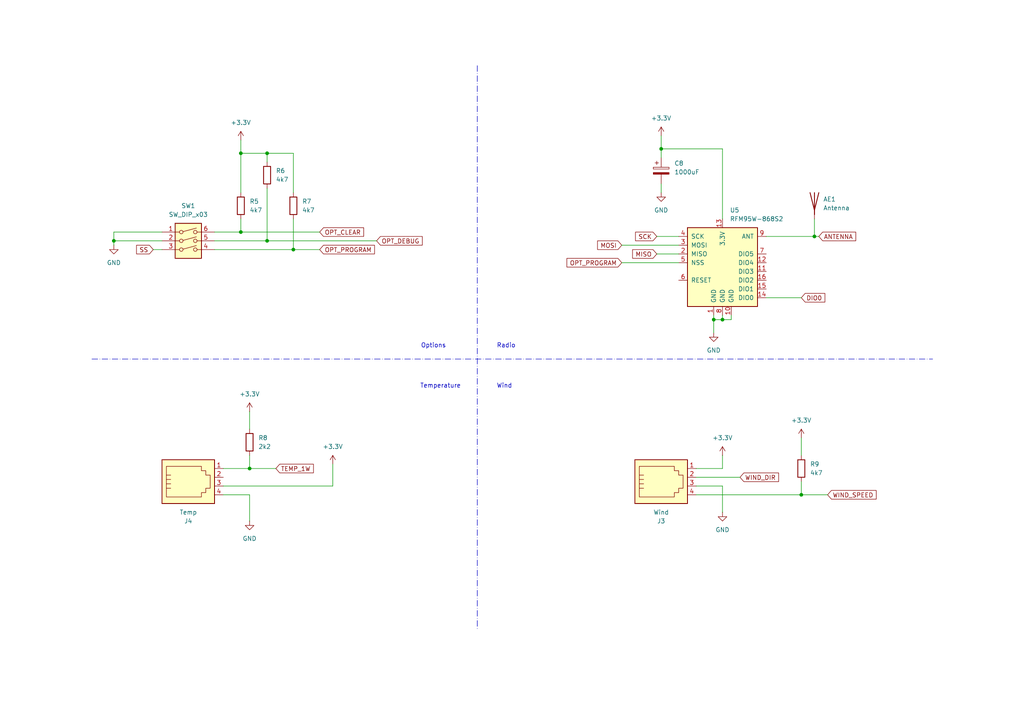
<source format=kicad_sch>
(kicad_sch (version 20250114) (generator "eeschema") (generator_version "9.0")
  (paper "A4")
  (lib_symbols
    (symbol "Connector:RJ10" (pin_names (offset 1.016))
      (property "Reference" "J" (at -5.08 8.89 0))
      (property "Value" "RJ10" (at 2.54 8.89 0))
      (symbol "RJ10_0_1"
        (polyline (pts (xy -6.35 3.175) (xy -5.08 3.175) (xy -5.08 3.175)))
        (polyline (pts (xy -6.35 1.905) (xy -5.08 1.905) (xy -5.08 1.905)))
        (polyline (pts (xy -6.35 0.635) (xy -5.08 0.635) (xy -5.08 0.635)))
        (polyline (pts (xy -6.35 -0.635) (xy -5.08 -0.635) (xy -5.08 -0.635)))
        (polyline (pts (xy -6.35 -3.175) (xy -6.35 5.715) (xy -1.27 5.715) (xy 3.81 5.715) (xy 3.81 4.445) (xy 5.08 4.445) (xy 5.08 3.175) (xy 6.35 3.175) (xy 6.35 -0.635) (xy 5.08 -0.635) (xy 5.08 -1.905) (xy 3.81 -1.905) (xy 3.81 -3.175) (xy -6.35 -3.175) (xy -6.35 -3.175)))
        (rectangle (start 7.62 7.62) (end -7.62 -5.08) (stroke (width 0.254)) (fill (type background)))
      )
      (symbol "RJ10_1_1"
        (pin passive line (at 10.16 5.08 180) (length 2.54) (name "~") (number "4"))
        (pin passive line (at 10.16 2.54 180) (length 2.54) (name "~") (number "3"))
        (pin passive line (at 10.16 0 180) (length 2.54) (name "~") (number "2"))
        (pin passive line (at 10.16 -2.54 180) (length 2.54) (name "~") (number "1"))
      )
    )
    (symbol "Device:Antenna" (pin_numbers (hide yes)) (pin_names (offset 1.016) (hide yes))
      (property "Reference" "AE" (at -1.905 1.905 0))
      (property "Value" "Antenna" (at -1.905 0 0))
      (symbol "Antenna_0_1"
        (polyline (pts (xy 0 2.54) (xy 0 -3.81)) (stroke (width 0.254)))
        (polyline (pts (xy 1.27 2.54) (xy 0 -2.54) (xy -1.27 2.54)) (stroke (width 0.254)))
      )
      (symbol "Antenna_1_1"
        (pin input line (at 0 -5.08 90) (length 2.54) (name "A") (number "1"))
      )
    )
    (symbol "Device:C_Polarized" (pin_numbers (hide yes)) (pin_names (offset 0.254))
      (property "Reference" "C" (at 0.635 2.54 0))
      (property "Value" "C_Polarized" (at 0.635 -2.54 0))
      (symbol "C_Polarized_0_1"
        (rectangle (start -2.286 0.508) (end 2.286 1.016))
        (polyline (pts (xy -1.778 2.286) (xy -0.762 2.286)))
        (polyline (pts (xy -1.27 2.794) (xy -1.27 1.778)))
        (rectangle (start 2.286 -0.508) (end -2.286 -1.016) (fill (type outline)))
      )
      (symbol "C_Polarized_1_1"
        (pin passive line (at 0 3.81 270) (length 2.794) (name "~") (number "1"))
        (pin passive line (at 0 -3.81 90) (length 2.794) (name "~") (number "2"))
      )
    )
    (symbol "Device:R" (pin_numbers (hide yes)) (pin_names (offset 0))
      (property "Reference" "R" (at 2.032 0 90))
      (property "Value" "R" (at 0 0 90))
      (symbol "R_0_1"
        (rectangle (start -1.016 -2.54) (end 1.016 2.54) (stroke (width 0.254)))
      )
      (symbol "R_1_1"
        (pin passive line (at 0 3.81 270) (length 1.27) (name "~") (number "1"))
        (pin passive line (at 0 -3.81 90) (length 1.27) (name "~") (number "2"))
      )
    )
    (symbol "RF_Module:RFM95W-868S2" (pin_names (offset 1.016))
      (property "Reference" "U" (at -10.414 11.684 0))
      (property "Value" "RFM95W-868S2" (at 1.524 11.43 0))
      (symbol "RFM95W-868S2_0_1"
        (rectangle (start -10.16 10.16) (end 10.16 -12.7) (stroke (width 0.254)) (fill (type background)))
      )
      (symbol "RFM95W-868S2_1_1"
        (pin input line (at -12.7 7.62 0) (length 2.54) (name "SCK") (number "4"))
        (pin input line (at -12.7 5.08 0) (length 2.54) (name "MOSI") (number "3"))
        (pin output line (at -12.7 2.54 0) (length 2.54) (name "MISO") (number "2"))
        (pin input line (at -12.7 0 0) (length 2.54) (name "NSS") (number "5"))
        (pin bidirectional line (at -12.7 -5.08 0) (length 2.54) (name "RESET") (number "6"))
        (pin power_in line (at -2.54 -15.24 90) (length 2.54) (name "GND") (number "1"))
        (pin power_in line (at 0 12.7 270) (length 2.54) (name "3.3V") (number "13"))
        (pin power_in line (at 0 -15.24 90) (length 2.54) (name "GND") (number "8"))
        (pin power_in line (at 2.54 -15.24 90) (length 2.54) (name "GND") (number "10"))
        (pin bidirectional line (at 12.7 7.62 180) (length 2.54) (name "ANT") (number "9"))
        (pin bidirectional line (at 12.7 2.54 180) (length 2.54) (name "DIO5") (number "7"))
        (pin bidirectional line (at 12.7 0 180) (length 2.54) (name "DIO4") (number "12"))
        (pin bidirectional line (at 12.7 -2.54 180) (length 2.54) (name "DIO3") (number "11"))
        (pin bidirectional line (at 12.7 -5.08 180) (length 2.54) (name "DIO2") (number "16"))
        (pin bidirectional line (at 12.7 -7.62 180) (length 2.54) (name "DIO1") (number "15"))
        (pin bidirectional line (at 12.7 -10.16 180) (length 2.54) (name "DIO0") (number "14"))
      )
    )
    (symbol "Switch:SW_DIP_x03" (pin_names (offset 0) (hide yes))
      (property "Reference" "SW" (at 0 6.35 0))
      (property "Value" "SW_DIP_x03" (at 0 -6.35 0))
      (symbol "SW_DIP_x03_0_0"
        (circle (center -2.032 2.54) (radius 0.508))
        (circle (center -2.032 0) (radius 0.508))
        (circle (center -2.032 -2.54) (radius 0.508))
        (polyline (pts (xy -1.524 2.667) (xy 2.3622 3.7084)))
        (polyline (pts (xy -1.524 0.127) (xy 2.3622 1.1684)))
        (polyline (pts (xy -1.524 -2.413) (xy 2.3622 -1.3716)))
        (circle (center 2.032 2.54) (radius 0.508))
        (circle (center 2.032 0) (radius 0.508))
        (circle (center 2.032 -2.54) (radius 0.508))
      )
      (symbol "SW_DIP_x03_0_1"
        (rectangle (start -3.81 5.08) (end 3.81 -5.08) (stroke (width 0.254)) (fill (type background)))
      )
      (symbol "SW_DIP_x03_1_1"
        (pin passive line (at -7.62 2.54 0) (length 5.08) (name "~") (number "1"))
        (pin passive line (at -7.62 0 0) (length 5.08) (name "~") (number "2"))
        (pin passive line (at -7.62 -2.54 0) (length 5.08) (name "~") (number "3"))
        (pin passive line (at 7.62 2.54 180) (length 5.08) (name "~") (number "6"))
        (pin passive line (at 7.62 0 180) (length 5.08) (name "~") (number "5"))
        (pin passive line (at 7.62 -2.54 180) (length 5.08) (name "~") (number "4"))
      )
    )
    (symbol "power:+3.3V" (power) (pin_numbers (hide yes)) (pin_names (offset 0) (hide yes))
      (property "Value" "+3.3V" (at 0 3.556 0))
      (symbol "+3.3V_0_1"
        (polyline (pts (xy -0.762 1.27) (xy 0 2.54)))
        (polyline (pts (xy 0 2.54) (xy 0.762 1.27)))
        (polyline (pts (xy 0 0) (xy 0 2.54)))
      )
      (symbol "+3.3V_1_1"
        (pin power_in line (at 0 0 90) (length 0) (name "~") (number "1"))
      )
    )
    (symbol "power:GND" (power) (pin_numbers (hide yes)) (pin_names (offset 0) (hide yes))
      (property "Value" "GND" (at 0 -3.81 0))
      (symbol "GND_0_1"
        (polyline (pts (xy 0 0) (xy 0 -1.27) (xy 1.27 -1.27) (xy 0 -2.54) (xy -1.27 -1.27) (xy 0 -1.27)))
      )
      (symbol "GND_1_1"
        (pin power_in line (at 0 0 270) (length 0) (name "~") (number "1"))
      )
    )
  )
  (text "Options" (at 125.73 100.33 0) (effects (font (size 1.27 1.27))))
  (text "Wind" (at 146.304 112.014 0) (effects (font (size 1.27 1.27))))
  (text "Temperature" (at 127.762 112.014 0) (effects (font (size 1.27 1.27))))
  (text "Radio" (at 146.812 100.33 0) (effects (font (size 1.27 1.27))))
  (junction (at 77.47 69.85))
  (junction (at 33.02 69.85))
  (junction (at 232.41 143.51))
  (junction (at 77.47 44.45))
  (junction (at 69.85 67.31))
  (junction (at 209.55 92.71))
  (junction (at 85.09 72.39))
  (junction (at 69.85 44.45))
  (junction (at 207.01 92.71))
  (junction (at 236.22 68.58))
  (junction (at 72.39 135.89))
  (junction (at 191.77 43.18))
  (wire (pts (xy 69.85 63.5) (xy 69.85 67.31)))
  (wire (pts (xy 33.02 69.85) (xy 46.99 69.85)))
  (wire (pts (xy 232.41 139.7) (xy 232.41 143.51)))
  (wire (pts (xy 207.01 92.71) (xy 207.01 96.52)))
  (wire (pts (xy 72.39 143.51) (xy 72.39 151.13)))
  (wire (pts (xy 201.93 138.43) (xy 214.63 138.43)))
  (wire (pts (xy 190.5 73.66) (xy 196.85 73.66)))
  (wire (pts (xy 69.85 44.45) (xy 77.47 44.45)))
  (wire (pts (xy 212.09 92.71) (xy 212.09 91.44)))
  (wire (pts (xy 62.23 67.31) (xy 69.85 67.31)))
  (wire (pts (xy 62.23 72.39) (xy 85.09 72.39)))
  (wire (pts (xy 69.85 40.64) (xy 69.85 44.45)))
  (wire (pts (xy 62.23 69.85) (xy 77.47 69.85)))
  (wire (pts (xy 85.09 63.5) (xy 85.09 72.39)))
  (wire (pts (xy 33.02 67.31) (xy 46.99 67.31)))
  (polyline (pts (xy 26.67 104.14) (xy 270.51 104.14)) (stroke (width 0) (type dash_dot)))
  (wire (pts (xy 222.25 86.36) (xy 232.41 86.36)))
  (wire (pts (xy 44.45 72.39) (xy 46.99 72.39)))
  (wire (pts (xy 72.39 135.89) (xy 64.77 135.89)))
  (wire (pts (xy 191.77 53.34) (xy 191.77 55.88)))
  (wire (pts (xy 191.77 43.18) (xy 191.77 45.72)))
  (wire (pts (xy 77.47 46.99) (xy 77.47 44.45)))
  (wire (pts (xy 232.41 127) (xy 232.41 132.08)))
  (wire (pts (xy 191.77 43.18) (xy 209.55 43.18)))
  (wire (pts (xy 190.5 68.58) (xy 196.85 68.58)))
  (wire (pts (xy 72.39 135.89) (xy 80.01 135.89)))
  (wire (pts (xy 96.52 134.62) (xy 96.52 140.97)))
  (wire (pts (xy 33.02 69.85) (xy 33.02 71.12)))
  (wire (pts (xy 77.47 69.85) (xy 109.22 69.85)))
  (wire (pts (xy 191.77 39.37) (xy 191.77 43.18)))
  (wire (pts (xy 85.09 44.45) (xy 77.47 44.45)))
  (wire (pts (xy 209.55 92.71) (xy 212.09 92.71)))
  (wire (pts (xy 207.01 92.71) (xy 209.55 92.71)))
  (wire (pts (xy 64.77 140.97) (xy 96.52 140.97)))
  (wire (pts (xy 209.55 43.18) (xy 209.55 63.5)))
  (wire (pts (xy 232.41 143.51) (xy 240.03 143.51)))
  (wire (pts (xy 85.09 72.39) (xy 92.71 72.39)))
  (wire (pts (xy 236.22 63.5) (xy 236.22 68.58)))
  (wire (pts (xy 209.55 140.97) (xy 209.55 148.59)))
  (wire (pts (xy 64.77 143.51) (xy 72.39 143.51)))
  (wire (pts (xy 72.39 132.08) (xy 72.39 135.89)))
  (wire (pts (xy 209.55 132.08) (xy 209.55 135.89)))
  (wire (pts (xy 201.93 143.51) (xy 232.41 143.51)))
  (wire (pts (xy 77.47 54.61) (xy 77.47 69.85)))
  (wire (pts (xy 33.02 67.31) (xy 33.02 69.85)))
  (wire (pts (xy 180.34 76.2) (xy 196.85 76.2)))
  (wire (pts (xy 69.85 67.31) (xy 92.71 67.31)))
  (wire (pts (xy 209.55 91.44) (xy 209.55 92.71)))
  (wire (pts (xy 201.93 140.97) (xy 209.55 140.97)))
  (wire (pts (xy 180.34 71.12) (xy 196.85 71.12)))
  (wire (pts (xy 69.85 44.45) (xy 69.85 55.88)))
  (polyline (pts (xy 138.43 19.05) (xy 138.43 182.88)) (stroke (width 0) (type dash_dot)))
  (wire (pts (xy 72.39 119.38) (xy 72.39 124.46)))
  (wire (pts (xy 209.55 135.89) (xy 201.93 135.89)))
  (wire (pts (xy 236.22 68.58) (xy 222.25 68.58)))
  (wire (pts (xy 85.09 55.88) (xy 85.09 44.45)))
  (wire (pts (xy 236.22 68.58) (xy 237.49 68.58)))
  (wire (pts (xy 207.01 91.44) (xy 207.01 92.71)))
  (global_label "SCK" (shape input) (at 190.5 68.58 180) (property "Intersheetrefs" "${INTERSHEET_REFS}" (effects (hide yes))))
  (global_label "MISO" (shape input) (at 190.5 73.66 180) (property "Intersheetrefs" "${INTERSHEET_REFS}" (effects (hide yes))))
  (global_label "ANTENNA" (shape input) (at 237.49 68.58 0) (property "Intersheetrefs" "${INTERSHEET_REFS}" (effects (hide yes))))
  (global_label "OPT_PROGRAM" (shape input) (at 180.34 76.2 180) (property "Intersheetrefs" "${INTERSHEET_REFS}" (effects (hide yes))))
  (global_label "OPT_PROGRAM" (shape input) (at 92.71 72.39 0) (property "Intersheetrefs" "${INTERSHEET_REFS}" (effects (hide yes))))
  (global_label "OPT_DEBUG" (shape input) (at 109.22 69.85 0) (property "Intersheetrefs" "${INTERSHEET_REFS}" (effects (hide yes))))
  (global_label "OPT_CLEAR" (shape input) (at 92.71 67.31 0) (property "Intersheetrefs" "${INTERSHEET_REFS}" (effects (hide yes))))
  (global_label "WIND_DIR" (shape input) (at 214.63 138.43 0) (property "Intersheetrefs" "${INTERSHEET_REFS}" (effects (hide yes))))
  (global_label "SS" (shape input) (at 44.45 72.39 180) (property "Intersheetrefs" "${INTERSHEET_REFS}" (effects (hide yes))))
  (global_label "TEMP_1W" (shape input) (at 80.01 135.89 0) (property "Intersheetrefs" "${INTERSHEET_REFS}" (effects (hide yes))))
  (global_label "WIND_SPEED" (shape input) (at 240.03 143.51 0) (property "Intersheetrefs" "${INTERSHEET_REFS}" (effects (hide yes))))
  (global_label "MOSI" (shape input) (at 180.34 71.12 180) (property "Intersheetrefs" "${INTERSHEET_REFS}" (effects (hide yes))))
  (global_label "DIO0" (shape input) (at 232.41 86.36 0) (property "Intersheetrefs" "${INTERSHEET_REFS}" (effects (hide yes))))
  (symbol (lib_id "power:GND") (at 191.77 55.88 0) (unit 1)
    (property "Reference" "#PWR025" (effects (hide yes)))
    (property "Value" "GND" (at 191.77 60.96 0))
    (property "Description" "Power symbol creates a global label with name \"GND\" , ground" (effects (hide yes)))
  )
  (symbol (lib_id "Device:R") (at 72.39 128.27 0) (unit 1)
    (property "Reference" "R8" (at 74.93 126.9999 0) (effects (justify left)))
    (property "Value" "2k2" (at 74.93 129.5399 0) (effects (justify left)))
    (property "Footprint" "Resistor_SMD:R_0805_2012Metric_Pad1.20x1.40mm_HandSolder" (effects (hide yes)))
    (property "Description" "Resistor" (effects (hide yes)))
  )
  (symbol (lib_id "power:+3.3V") (at 209.55 132.08 0) (unit 1)
    (property "Reference" "#PWR023" (effects (hide yes)))
    (property "Value" "+3.3V" (at 209.55 127 0))
    (property "Description" "Power symbol creates a global label with name \"+3.3V\"" (effects (hide yes)))
  )
  (symbol (lib_id "power:GND") (at 207.01 96.52 0) (unit 1)
    (property "Reference" "#PWR026" (effects (hide yes)))
    (property "Value" "GND" (at 207.01 101.6 0))
    (property "Description" "Power symbol creates a global label with name \"GND\" , ground" (effects (hide yes)))
  )
  (symbol (lib_id "power:GND") (at 72.39 151.13 0) (unit 1)
    (property "Reference" "#PWR020" (effects (hide yes)))
    (property "Value" "GND" (at 72.39 156.21 0))
    (property "Description" "Power symbol creates a global label with name \"GND\" , ground" (effects (hide yes)))
  )
  (symbol (lib_id "Device:Antenna") (at 236.22 58.42 0) (unit 1)
    (property "Reference" "AE1" (at 238.76 57.7849 0) (effects (justify left)))
    (property "Value" "Antenna" (at 238.76 60.3249 0) (effects (justify left)))
    (property "Footprint" "boan_devices:Antenna 868MHz" (effects (hide yes)))
    (property "Description" "Antenna" (effects (hide yes)))
  )
  (symbol (lib_id "Device:C_Polarized") (at 191.77 49.53 0) (unit 1)
    (property "Reference" "C8" (at 195.58 47.3709 0) (effects (justify left)))
    (property "Value" "1000uF" (at 195.58 49.9109 0) (effects (justify left)))
    (property "Footprint" "Capacitor_THT:CP_Radial_D10.0mm_P5.00mm" (effects (hide yes)))
    (property "Description" "Polarized capacitor" (effects (hide yes)))
  )
  (symbol (lib_id "Connector:RJ10") (at 191.77 138.43 0) (mirror x) (unit 1)
    (property "Reference" "J3" (at 191.77 151.13 0))
    (property "Value" "Wind" (at 191.77 148.59 0))
    (property "Footprint" "boan_devices:RJ10 Horizontal" (effects (hide yes)))
    (property "Description" "RJ connector, 4P4C (4 positions 4 connected)" (effects (hide yes)))
  )
  (symbol (lib_id "power:+3.3V") (at 191.77 39.37 0) (unit 1)
    (property "Reference" "#PWR024" (effects (hide yes)))
    (property "Value" "+3.3V" (at 191.77 34.29 0))
    (property "Description" "Power symbol creates a global label with name \"+3.3V\"" (effects (hide yes)))
  )
  (symbol (lib_id "power:+3.3V") (at 232.41 127 0) (unit 1)
    (property "Reference" "#PWR021" (effects (hide yes)))
    (property "Value" "+3.3V" (at 232.41 121.92 0))
    (property "Description" "Power symbol creates a global label with name \"+3.3V\"" (effects (hide yes)))
  )
  (symbol (lib_id "Device:R") (at 85.09 59.69 0) (unit 1)
    (property "Reference" "R7" (at 87.63 58.4199 0) (effects (justify left)))
    (property "Value" "4k7" (at 87.63 60.9599 0) (effects (justify left)))
    (property "Footprint" "Resistor_SMD:R_0805_2012Metric_Pad1.20x1.40mm_HandSolder" (effects (hide yes)))
    (property "Description" "Resistor" (effects (hide yes)))
  )
  (symbol (lib_id "Connector:RJ10") (at 54.61 138.43 0) (mirror x) (unit 1)
    (property "Reference" "J4" (at 54.61 151.13 0))
    (property "Value" "Temp" (at 54.61 148.59 0))
    (property "Footprint" "boan_devices:RJ10 Horizontal" (effects (hide yes)))
    (property "Description" "RJ connector, 4P4C (4 positions 4 connected)" (effects (hide yes)))
  )
  (symbol (lib_id "Device:R") (at 232.41 135.89 0) (unit 1)
    (property "Reference" "R9" (at 234.95 134.6199 0) (effects (justify left)))
    (property "Value" "4k7" (at 234.95 137.1599 0) (effects (justify left)))
    (property "Footprint" "Resistor_SMD:R_0805_2012Metric_Pad1.20x1.40mm_HandSolder" (effects (hide yes)))
    (property "Description" "Resistor" (effects (hide yes)))
  )
  (symbol (lib_id "power:+3.3V") (at 96.52 134.62 0) (unit 1)
    (property "Reference" "#PWR019" (effects (hide yes)))
    (property "Value" "+3.3V" (at 96.52 129.54 0))
    (property "Description" "Power symbol creates a global label with name \"+3.3V\"" (effects (hide yes)))
  )
  (symbol (lib_id "RF_Module:RFM95W-868S2") (at 209.55 76.2 0) (unit 1)
    (property "Reference" "U5" (at 211.6933 60.96 0) (effects (justify left)))
    (property "Value" "RFM95W-868S2" (at 211.6933 63.5 0) (effects (justify left)))
    (property "Footprint" "boan_devices:HOPERF_RFM9XW_SMD" (effects (hide yes)))
    (property "Datasheet" "https://www.hoperf.com/data/upload/portal/20181127/5bfcbea20e9ef.pdf" (effects (hide yes)))
    (property "Description" "Low power long range transceiver module, SPI and parallel interface, 868 MHz, spreading factor 6 to12, bandwidth 7.8 to 500kHz, -111 to -148 dBm, SMD-16, DIP-16" (effects (hide yes)))
  )
  (symbol (lib_id "Switch:SW_DIP_x03") (at 54.61 69.85 0) (unit 1)
    (property "Reference" "SW1" (at 54.61 59.69 0))
    (property "Value" "SW_DIP_x03" (at 54.61 62.23 0))
    (property "Footprint" "Button_Switch_THT:SW_DIP_SPSTx03_Slide_9.78x9.8mm_W7.62mm_P2.54mm" (effects (hide yes)))
    (property "Description" "3x DIP Switch, Single Pole Single Throw (SPST) switch, small symbol" (effects (hide yes)))
  )
  (symbol (lib_id "power:GND") (at 209.55 148.59 0) (unit 1)
    (property "Reference" "#PWR022" (effects (hide yes)))
    (property "Value" "GND" (at 209.55 153.67 0))
    (property "Description" "Power symbol creates a global label with name \"GND\" , ground" (effects (hide yes)))
  )
  (symbol (lib_id "Device:R") (at 77.47 50.8 0) (unit 1)
    (property "Reference" "R6" (at 80.01 49.5299 0) (effects (justify left)))
    (property "Value" "4k7" (at 80.01 52.0699 0) (effects (justify left)))
    (property "Footprint" "Resistor_SMD:R_0805_2012Metric_Pad1.20x1.40mm_HandSolder" (effects (hide yes)))
    (property "Description" "Resistor" (effects (hide yes)))
  )
  (symbol (lib_id "power:+3.3V") (at 72.39 119.38 0) (unit 1)
    (property "Reference" "#PWR018" (effects (hide yes)))
    (property "Value" "+3.3V" (at 72.39 114.3 0))
    (property "Description" "Power symbol creates a global label with name \"+3.3V\"" (effects (hide yes)))
  )
  (symbol (lib_id "power:+3.3V") (at 69.85 40.64 0) (unit 1)
    (property "Reference" "#PWR03" (effects (hide yes)))
    (property "Value" "+3.3V" (at 69.85 35.56 0))
    (property "Description" "Power symbol creates a global label with name \"+3.3V\"" (effects (hide yes)))
  )
  (symbol (lib_id "power:GND") (at 33.02 71.12 0) (unit 1)
    (property "Reference" "#PWR017" (effects (hide yes)))
    (property "Value" "GND" (at 33.02 76.2 0))
    (property "Description" "Power symbol creates a global label with name \"GND\" , ground" (effects (hide yes)))
  )
  (symbol (lib_id "Device:R") (at 69.85 59.69 0) (unit 1)
    (property "Reference" "R5" (at 72.39 58.4199 0) (effects (justify left)))
    (property "Value" "4k7" (at 72.39 60.9599 0) (effects (justify left)))
    (property "Footprint" "Resistor_SMD:R_0805_2012Metric_Pad1.20x1.40mm_HandSolder" (effects (hide yes)))
    (property "Description" "Resistor" (effects (hide yes)))
  )
)
</source>
